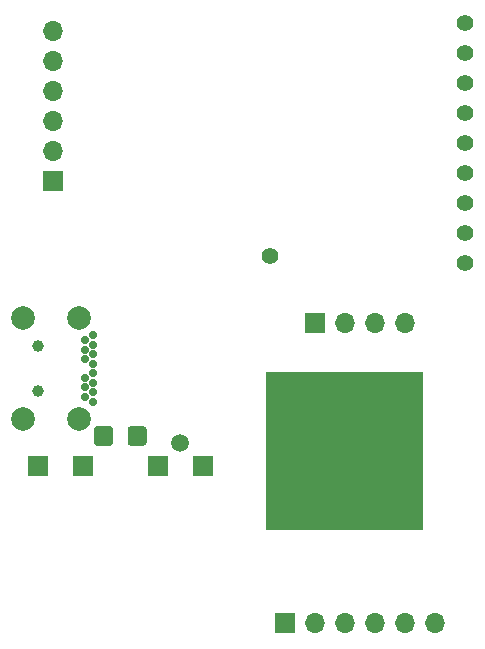
<source format=gbr>
%TF.GenerationSoftware,KiCad,Pcbnew,(5.1.10)-1*%
%TF.CreationDate,2021-12-14T17:34:47+01:00*%
%TF.ProjectId,SmartScale,536d6172-7453-4636-916c-652e6b696361,0.3*%
%TF.SameCoordinates,Original*%
%TF.FileFunction,Soldermask,Bot*%
%TF.FilePolarity,Negative*%
%FSLAX46Y46*%
G04 Gerber Fmt 4.6, Leading zero omitted, Abs format (unit mm)*
G04 Created by KiCad (PCBNEW (5.1.10)-1) date 2021-12-14 17:34:47*
%MOMM*%
%LPD*%
G01*
G04 APERTURE LIST*
%ADD10C,0.020000*%
%ADD11C,1.500000*%
%ADD12C,2.010000*%
%ADD13C,0.700000*%
%ADD14R,1.700000X1.700000*%
%ADD15C,1.000000*%
%ADD16O,1.700000X1.700000*%
%ADD17C,1.400000*%
G04 APERTURE END LIST*
D10*
%TO.C,QR\u002A\u002A\u002A\u002A\u002A*%
G36*
X174830000Y-121620000D02*
G01*
X174830000Y-134920000D01*
X161530000Y-134920000D01*
X161530000Y-121620000D01*
X174830000Y-121620000D01*
G37*
%TD*%
D11*
%TO.C,REF\u002A\u002A*%
X154305000Y-127635000D03*
%TD*%
D12*
%TO.C,IC2*%
X141025000Y-125555000D03*
X141025000Y-117015000D03*
X145755000Y-125555000D03*
X145755000Y-117015000D03*
D13*
X146905000Y-123285000D03*
X146905000Y-119285000D03*
X146905000Y-118485000D03*
X146205000Y-118885000D03*
X146205000Y-119685000D03*
X146905000Y-120085000D03*
X146205000Y-120485000D03*
X146905000Y-120885000D03*
X146905000Y-121685000D03*
X146205000Y-122085000D03*
X146905000Y-122485000D03*
X146205000Y-122885000D03*
X146205000Y-123685000D03*
X146905000Y-124085000D03*
%TD*%
D14*
%TO.C,BAT2*%
X152400000Y-129540000D03*
%TD*%
%TO.C,BAT1*%
X146050000Y-129540000D03*
%TD*%
%TO.C,BT1*%
G36*
G01*
X149850000Y-127575000D02*
X149850000Y-126425000D01*
G75*
G02*
X150100000Y-126175000I250000J0D01*
G01*
X151200000Y-126175000D01*
G75*
G02*
X151450000Y-126425000I0J-250000D01*
G01*
X151450000Y-127575000D01*
G75*
G02*
X151200000Y-127825000I-250000J0D01*
G01*
X150100000Y-127825000D01*
G75*
G02*
X149850000Y-127575000I0J250000D01*
G01*
G37*
G36*
G01*
X147000000Y-127575000D02*
X147000000Y-126425000D01*
G75*
G02*
X147250000Y-126175000I250000J0D01*
G01*
X148350000Y-126175000D01*
G75*
G02*
X148600000Y-126425000I0J-250000D01*
G01*
X148600000Y-127575000D01*
G75*
G02*
X148350000Y-127825000I-250000J0D01*
G01*
X147250000Y-127825000D01*
G75*
G02*
X147000000Y-127575000I0J250000D01*
G01*
G37*
%TD*%
%TO.C,TP11*%
X156210000Y-129540000D03*
%TD*%
%TO.C,TP10*%
X142240000Y-129540000D03*
%TD*%
D15*
%TO.C,TP2*%
X142240000Y-119380000D03*
%TD*%
%TO.C,TP1*%
X142240000Y-123190000D03*
%TD*%
D16*
%TO.C,J3*%
X175895000Y-142875000D03*
X173355000Y-142875000D03*
X170815000Y-142875000D03*
X168275000Y-142875000D03*
X165735000Y-142875000D03*
D14*
X163195000Y-142875000D03*
%TD*%
D16*
%TO.C,J4*%
X173355000Y-117475000D03*
X170815000Y-117475000D03*
X168275000Y-117475000D03*
D14*
X165735000Y-117475000D03*
%TD*%
D17*
%TO.C,T9*%
X161925000Y-111760000D03*
%TD*%
%TO.C,GP33*%
X178435000Y-104775000D03*
%TD*%
%TO.C,GP27*%
X178435000Y-112395000D03*
%TD*%
%TO.C,GP23*%
X178435000Y-92075000D03*
%TD*%
%TO.C,GP22*%
X178435000Y-94615000D03*
%TD*%
%TO.C,GP21*%
X178435000Y-97155000D03*
%TD*%
%TO.C,GP19*%
X178435000Y-99695000D03*
%TD*%
%TO.C,GP18*%
X178435000Y-102235000D03*
%TD*%
%TO.C,GP26*%
X178435000Y-109855000D03*
%TD*%
%TO.C,GP25*%
X178435000Y-107315000D03*
%TD*%
D16*
%TO.C,J2*%
X143510000Y-92710000D03*
X143510000Y-95250000D03*
X143510000Y-97790000D03*
X143510000Y-100330000D03*
X143510000Y-102870000D03*
D14*
X143510000Y-105410000D03*
%TD*%
M02*

</source>
